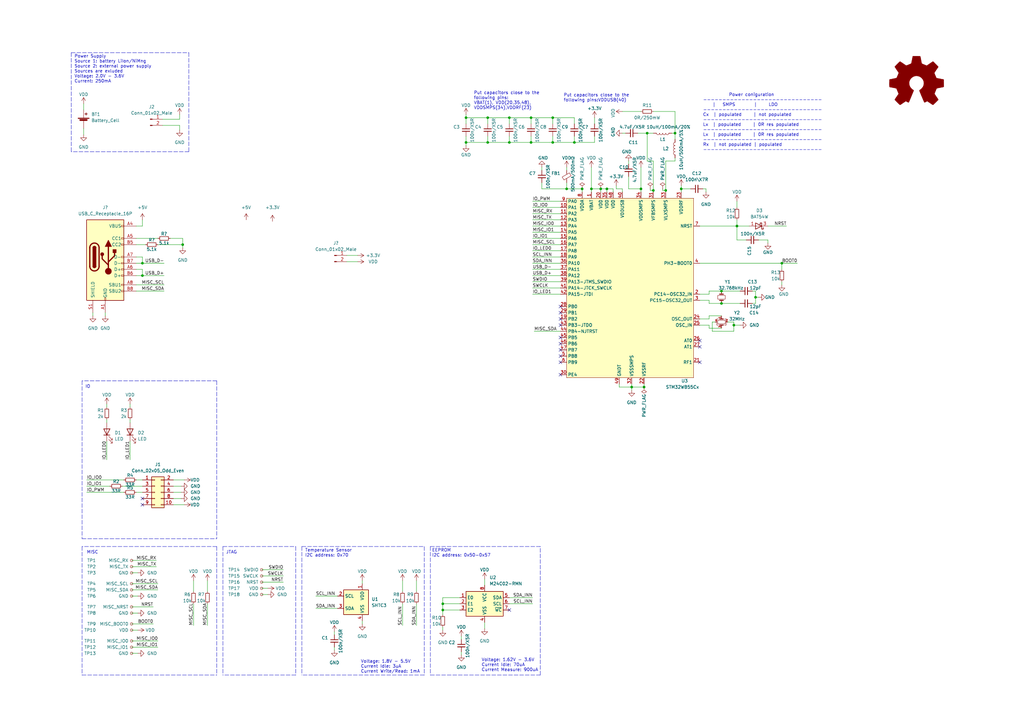
<source format=kicad_sch>
(kicad_sch (version 20211123) (generator eeschema)
  (paper "A3")
  (junction (at 74.93 100.33))
  (junction (at 208.915 48.26))
  (junction (at 226.695 48.26))
  (junction (at 238.76 77.47))
  (junction (at 259.08 158.75))
  (junction (at 265.43 54.61))
  (junction (at 248.92 77.47))
  (junction (at 242.57 77.47))
  (junction (at 181.61 250.19))
  (junction (at 246.38 77.47))
  (junction (at 58.42 113.03))
  (junction (at 267.97 78.105))
  (junction (at 217.805 48.26))
  (junction (at 235.585 58.42))
  (junction (at 191.135 48.26))
  (junction (at 58.42 107.95))
  (junction (at 295.91 124.46))
  (junction (at 262.89 77.47))
  (junction (at 264.16 158.75))
  (junction (at 309.88 121.92))
  (junction (at 232.41 77.47))
  (junction (at 226.695 58.42))
  (junction (at 276.86 54.61))
  (junction (at 200.025 58.42))
  (junction (at 302.26 92.71))
  (junction (at 200.025 48.26))
  (junction (at 295.91 119.38))
  (junction (at 273.05 78.105))
  (junction (at 279.4 77.47))
  (junction (at 320.675 107.95))
  (junction (at 300.99 133.35))
  (junction (at 191.135 58.42))
  (junction (at 208.915 58.42))
  (junction (at 217.805 58.42))
  (junction (at 181.61 247.65))
  (no_connect (at 229.87 138.43))
  (no_connect (at 287.02 142.24))
  (no_connect (at 229.87 153.67))
  (no_connect (at 58.42 207.01))
  (no_connect (at 58.42 204.47))
  (no_connect (at 229.87 128.27))
  (no_connect (at 208.915 250.19))
  (no_connect (at 287.02 139.7))
  (no_connect (at 287.02 148.59))
  (no_connect (at 229.87 130.81))
  (no_connect (at 229.87 143.51))
  (no_connect (at 229.87 148.59))
  (no_connect (at 229.87 140.97))
  (no_connect (at 229.87 125.73))
  (no_connect (at 229.87 146.05))
  (no_connect (at 229.87 133.35))
  (wire (pts (xy 53.975 248.92) (xy 62.865 248.92)))
  (wire (pts (xy 226.695 58.42) (xy 226.695 55.88)))
  (wire (pts (xy 50.165 199.39) (xy 58.42 199.39)))
  (wire (pts (xy 71.12 199.39) (xy 74.295 199.39)))
  (wire (pts (xy 295.91 119.38) (xy 290.83 119.38)))
  (wire (pts (xy 217.805 55.88) (xy 217.805 58.42)))
  (polyline (pts (xy 88.9 224.155) (xy 33.655 224.155)))
  (wire (pts (xy 262.89 68.58) (xy 262.89 77.47)))
  (wire (pts (xy 266.7 78.105) (xy 267.97 78.105)))
  (polyline (pts (xy 91.44 224.155) (xy 91.44 276.86)))
  (polyline (pts (xy 33.655 156.21) (xy 33.655 220.98)))
  (wire (pts (xy 235.585 55.88) (xy 235.585 58.42)))
  (wire (pts (xy 267.97 66.04) (xy 267.97 78.105)))
  (wire (pts (xy 129.54 244.475) (xy 138.43 244.475)))
  (wire (pts (xy 142.24 107.315) (xy 146.685 107.315)))
  (wire (pts (xy 219.075 135.89) (xy 229.87 135.89)))
  (wire (pts (xy 266.7 77.47) (xy 266.7 78.105)))
  (wire (pts (xy 267.97 66.04) (xy 265.43 66.04)))
  (wire (pts (xy 181.61 250.19) (xy 181.61 247.65)))
  (wire (pts (xy 226.695 48.26) (xy 235.585 48.26)))
  (polyline (pts (xy 33.655 224.155) (xy 33.655 276.86)))
  (wire (pts (xy 53.975 229.87) (xy 64.135 229.87)))
  (polyline (pts (xy 123.825 224.155) (xy 173.99 224.155)))
  (wire (pts (xy 292.1 132.08) (xy 292.1 135.89)))
  (wire (pts (xy 35.56 199.39) (xy 45.085 199.39)))
  (polyline (pts (xy 121.285 276.86) (xy 91.44 276.86)))
  (wire (pts (xy 311.15 98.425) (xy 314.96 98.425)))
  (wire (pts (xy 43.815 172.085) (xy 43.815 173.355)))
  (wire (pts (xy 243.84 55.88) (xy 243.84 58.42)))
  (wire (pts (xy 53.975 267.97) (xy 56.515 267.97)))
  (wire (pts (xy 314.96 92.71) (xy 322.58 92.71)))
  (wire (pts (xy 79.375 238.125) (xy 79.375 242.57)))
  (polyline (pts (xy 123.825 224.155) (xy 123.825 276.86)))
  (polyline (pts (xy 173.99 224.155) (xy 173.99 276.86)))
  (wire (pts (xy 290.83 120.65) (xy 287.02 120.65)))
  (wire (pts (xy 64.77 100.33) (xy 74.93 100.33)))
  (wire (pts (xy 66.675 51.435) (xy 73.66 51.435)))
  (wire (pts (xy 248.92 77.47) (xy 248.92 78.74)))
  (wire (pts (xy 55.88 113.03) (xy 58.42 113.03)))
  (wire (pts (xy 129.54 249.555) (xy 138.43 249.555)))
  (wire (pts (xy 73.66 51.435) (xy 73.66 53.34)))
  (wire (pts (xy 191.135 48.26) (xy 191.135 50.8)))
  (wire (pts (xy 181.61 250.19) (xy 188.595 250.19)))
  (wire (pts (xy 35.56 201.93) (xy 50.8 201.93)))
  (wire (pts (xy 53.975 232.41) (xy 64.135 232.41)))
  (wire (pts (xy 308.61 119.38) (xy 309.88 119.38)))
  (wire (pts (xy 43.18 129.54) (xy 43.18 128.27)))
  (wire (pts (xy 53.34 172.085) (xy 53.34 173.355)))
  (wire (pts (xy 300.99 133.35) (xy 303.53 133.35)))
  (wire (pts (xy 271.78 77.47) (xy 271.78 78.105)))
  (polyline (pts (xy 173.99 276.86) (xy 123.825 276.86)))
  (wire (pts (xy 309.88 121.92) (xy 309.88 124.46)))
  (wire (pts (xy 191.135 58.42) (xy 200.025 58.42)))
  (polyline (pts (xy 29.21 21.59) (xy 29.21 62.23)))
  (wire (pts (xy 208.915 247.65) (xy 218.44 247.65)))
  (wire (pts (xy 290.83 130.81) (xy 290.83 129.54)))
  (wire (pts (xy 165.1 247.65) (xy 165.1 256.54)))
  (wire (pts (xy 254 157.48) (xy 254 158.75)))
  (wire (pts (xy 259.08 158.75) (xy 259.08 160.02)))
  (wire (pts (xy 38.1 129.54) (xy 38.1 128.27)))
  (wire (pts (xy 287.02 123.19) (xy 290.83 123.19)))
  (wire (pts (xy 218.44 87.63) (xy 229.87 87.63)))
  (wire (pts (xy 302.26 98.425) (xy 306.07 98.425)))
  (wire (pts (xy 255.27 45.72) (xy 262.89 45.72)))
  (wire (pts (xy 55.88 92.71) (xy 58.42 92.71)))
  (wire (pts (xy 43.815 165.735) (xy 43.815 167.005)))
  (wire (pts (xy 252.73 76.2) (xy 252.73 77.47)))
  (wire (pts (xy 208.915 58.42) (xy 217.805 58.42)))
  (wire (pts (xy 69.85 97.79) (xy 74.93 97.79)))
  (wire (pts (xy 288.29 77.47) (xy 289.56 77.47)))
  (wire (pts (xy 309.88 119.38) (xy 309.88 121.92)))
  (wire (pts (xy 200.025 48.26) (xy 208.915 48.26)))
  (wire (pts (xy 314.96 98.425) (xy 314.96 99.695)))
  (wire (pts (xy 191.135 55.88) (xy 191.135 58.42)))
  (wire (pts (xy 287.02 133.35) (xy 290.83 133.35)))
  (wire (pts (xy 242.57 68.58) (xy 242.57 77.47)))
  (polyline (pts (xy 88.9 156.21) (xy 33.655 156.21)))
  (wire (pts (xy 53.975 255.905) (xy 62.865 255.905)))
  (wire (pts (xy 55.88 100.33) (xy 59.69 100.33)))
  (wire (pts (xy 165.1 238.125) (xy 165.1 242.57)))
  (wire (pts (xy 74.93 100.33) (xy 74.93 101.6)))
  (wire (pts (xy 218.44 110.49) (xy 229.87 110.49)))
  (wire (pts (xy 293.37 132.08) (xy 292.1 132.08)))
  (wire (pts (xy 208.915 48.26) (xy 217.805 48.26)))
  (wire (pts (xy 181.61 252.095) (xy 181.61 250.19)))
  (polyline (pts (xy 88.9 224.155) (xy 88.9 276.86)))
  (wire (pts (xy 35.56 196.85) (xy 50.8 196.85)))
  (wire (pts (xy 302.26 82.55) (xy 302.26 85.09)))
  (polyline (pts (xy 33.655 276.86) (xy 88.9 276.86)))
  (wire (pts (xy 73.66 48.895) (xy 73.66 46.99)))
  (wire (pts (xy 255.27 54.61) (xy 256.54 54.61)))
  (wire (pts (xy 254 158.75) (xy 259.08 158.75)))
  (wire (pts (xy 107.315 238.76) (xy 116.205 238.76)))
  (wire (pts (xy 232.41 68.58) (xy 232.41 69.85)))
  (wire (pts (xy 218.44 118.11) (xy 229.87 118.11)))
  (wire (pts (xy 292.1 135.89) (xy 300.99 135.89)))
  (polyline (pts (xy 88.9 156.21) (xy 88.9 220.98)))
  (wire (pts (xy 191.135 46.99) (xy 191.135 48.26)))
  (wire (pts (xy 242.57 77.47) (xy 246.38 77.47)))
  (wire (pts (xy 320.675 107.95) (xy 320.675 110.49)))
  (wire (pts (xy 53.975 265.43) (xy 64.77 265.43)))
  (wire (pts (xy 66.675 48.895) (xy 73.66 48.895)))
  (wire (pts (xy 246.38 77.47) (xy 248.92 77.47)))
  (wire (pts (xy 55.88 110.49) (xy 58.42 110.49)))
  (wire (pts (xy 298.45 132.08) (xy 300.99 132.08)))
  (wire (pts (xy 279.4 77.47) (xy 279.4 78.74)))
  (wire (pts (xy 198.755 237.49) (xy 198.755 240.03)))
  (wire (pts (xy 235.585 58.42) (xy 243.84 58.42)))
  (wire (pts (xy 218.44 113.03) (xy 229.87 113.03)))
  (wire (pts (xy 226.695 58.42) (xy 235.585 58.42)))
  (wire (pts (xy 58.42 90.17) (xy 58.42 92.71)))
  (wire (pts (xy 189.23 267.335) (xy 189.23 268.605)))
  (wire (pts (xy 300.99 133.35) (xy 300.99 132.08)))
  (wire (pts (xy 53.975 234.95) (xy 56.515 234.95)))
  (wire (pts (xy 55.88 116.84) (xy 67.31 116.84)))
  (wire (pts (xy 55.88 97.79) (xy 64.77 97.79)))
  (wire (pts (xy 252.73 77.47) (xy 255.27 77.47)))
  (wire (pts (xy 55.88 105.41) (xy 58.42 105.41)))
  (wire (pts (xy 85.09 238.125) (xy 85.09 242.57)))
  (polyline (pts (xy 33.655 220.98) (xy 88.9 220.98)))
  (wire (pts (xy 287.02 92.71) (xy 302.26 92.71)))
  (wire (pts (xy 191.135 48.26) (xy 200.025 48.26)))
  (wire (pts (xy 53.975 244.475) (xy 56.515 244.475)))
  (wire (pts (xy 79.375 247.65) (xy 79.375 256.54)))
  (wire (pts (xy 302.26 90.17) (xy 302.26 92.71)))
  (wire (pts (xy 259.08 158.75) (xy 264.16 158.75)))
  (wire (pts (xy 53.34 180.975) (xy 53.34 188.595)))
  (wire (pts (xy 43.815 180.975) (xy 43.815 188.595)))
  (wire (pts (xy 290.83 124.46) (xy 295.91 124.46)))
  (wire (pts (xy 107.315 243.84) (xy 109.855 243.84)))
  (wire (pts (xy 218.44 90.17) (xy 229.87 90.17)))
  (polyline (pts (xy 91.44 224.155) (xy 121.285 224.155)))
  (wire (pts (xy 218.44 120.65) (xy 229.87 120.65)))
  (wire (pts (xy 55.88 201.93) (xy 58.42 201.93)))
  (wire (pts (xy 200.025 48.26) (xy 200.025 50.8)))
  (wire (pts (xy 208.915 55.88) (xy 208.915 58.42)))
  (wire (pts (xy 300.99 135.89) (xy 300.99 133.35)))
  (wire (pts (xy 189.23 260.985) (xy 189.23 262.255)))
  (wire (pts (xy 257.81 77.47) (xy 262.89 77.47)))
  (wire (pts (xy 53.975 258.445) (xy 56.515 258.445)))
  (wire (pts (xy 295.91 134.62) (xy 290.83 134.62)))
  (wire (pts (xy 218.44 85.09) (xy 229.87 85.09)))
  (wire (pts (xy 170.815 238.125) (xy 170.815 242.57)))
  (wire (pts (xy 276.86 66.04) (xy 273.05 66.04)))
  (wire (pts (xy 58.42 113.03) (xy 58.42 110.49)))
  (wire (pts (xy 222.25 68.58) (xy 222.25 69.85)))
  (wire (pts (xy 302.26 98.425) (xy 302.26 92.71)))
  (wire (pts (xy 262.89 77.47) (xy 262.89 78.74)))
  (wire (pts (xy 55.88 107.95) (xy 58.42 107.95)))
  (wire (pts (xy 243.84 48.26) (xy 243.84 50.8)))
  (wire (pts (xy 276.86 54.61) (xy 276.86 57.15)))
  (wire (pts (xy 137.16 265.43) (xy 137.16 266.7)))
  (wire (pts (xy 217.805 48.26) (xy 217.805 50.8)))
  (wire (pts (xy 295.91 119.38) (xy 303.53 119.38)))
  (wire (pts (xy 279.4 77.47) (xy 283.21 77.47)))
  (wire (pts (xy 218.44 82.55) (xy 229.87 82.55)))
  (polyline (pts (xy 77.47 62.23) (xy 29.21 62.23)))
  (wire (pts (xy 259.08 157.48) (xy 259.08 158.75)))
  (wire (pts (xy 279.4 76.2) (xy 279.4 77.47)))
  (wire (pts (xy 238.76 77.47) (xy 232.41 77.47)))
  (wire (pts (xy 58.42 113.03) (xy 67.31 113.03)))
  (polyline (pts (xy 221.615 276.86) (xy 221.615 224.155)))
  (wire (pts (xy 55.88 196.85) (xy 58.42 196.85)))
  (wire (pts (xy 107.315 241.3) (xy 109.855 241.3)))
  (wire (pts (xy 58.42 107.95) (xy 67.31 107.95)))
  (wire (pts (xy 290.83 134.62) (xy 290.83 133.35)))
  (wire (pts (xy 273.05 78.105) (xy 273.05 78.74)))
  (wire (pts (xy 53.34 165.735) (xy 53.34 167.005)))
  (wire (pts (xy 267.97 78.105) (xy 267.97 78.74)))
  (wire (pts (xy 222.25 77.47) (xy 232.41 77.47)))
  (wire (pts (xy 218.44 92.71) (xy 229.87 92.71)))
  (wire (pts (xy 309.88 121.92) (xy 311.15 121.92)))
  (wire (pts (xy 235.585 48.26) (xy 235.585 50.8)))
  (wire (pts (xy 271.78 78.105) (xy 273.05 78.105)))
  (wire (pts (xy 53.975 251.46) (xy 56.515 251.46)))
  (wire (pts (xy 85.09 247.65) (xy 85.09 256.54)))
  (wire (pts (xy 137.16 259.08) (xy 137.16 260.35)))
  (wire (pts (xy 200.025 55.88) (xy 200.025 58.42)))
  (wire (pts (xy 53.975 241.935) (xy 64.77 241.935)))
  (wire (pts (xy 251.46 77.47) (xy 251.46 78.74)))
  (wire (pts (xy 308.61 124.46) (xy 309.88 124.46)))
  (wire (pts (xy 222.25 74.93) (xy 222.25 77.47)))
  (wire (pts (xy 71.12 204.47) (xy 74.295 204.47)))
  (wire (pts (xy 58.42 107.95) (xy 58.42 105.41)))
  (wire (pts (xy 181.61 257.175) (xy 181.61 258.445)))
  (wire (pts (xy 265.43 54.61) (xy 265.43 66.04)))
  (wire (pts (xy 267.97 45.72) (xy 276.86 45.72)))
  (wire (pts (xy 289.56 77.47) (xy 289.56 78.74)))
  (wire (pts (xy 246.38 77.47) (xy 246.38 78.74)))
  (wire (pts (xy 181.61 247.65) (xy 188.595 247.65)))
  (polyline (pts (xy 77.47 21.59) (xy 77.47 62.23)))
  (polyline (pts (xy 29.21 21.59) (xy 77.47 21.59)))
  (wire (pts (xy 218.44 102.87) (xy 229.87 102.87)))
  (wire (pts (xy 238.76 78.74) (xy 238.76 77.47)))
  (wire (pts (xy 181.61 247.65) (xy 181.61 245.11)))
  (polyline (pts (xy 176.53 224.155) (xy 176.53 276.86)))
  (wire (pts (xy 261.62 54.61) (xy 265.43 54.61)))
  (wire (pts (xy 71.12 196.85) (xy 75.565 196.85)))
  (wire (pts (xy 107.315 236.22) (xy 116.205 236.22)))
  (wire (pts (xy 290.83 123.19) (xy 290.83 124.46)))
  (wire (pts (xy 248.92 77.47) (xy 251.46 77.47)))
  (wire (pts (xy 287.02 130.81) (xy 290.83 130.81)))
  (wire (pts (xy 257.81 66.04) (xy 257.81 67.31)))
  (wire (pts (xy 55.88 119.38) (xy 67.31 119.38)))
  (wire (pts (xy 200.025 58.42) (xy 208.915 58.42)))
  (wire (pts (xy 198.755 255.27) (xy 198.755 257.81)))
  (wire (pts (xy 320.675 115.57) (xy 320.675 116.84)))
  (wire (pts (xy 302.26 92.71) (xy 307.34 92.71)))
  (wire (pts (xy 218.44 107.95) (xy 229.87 107.95)))
  (wire (pts (xy 226.695 48.26) (xy 217.805 48.26)))
  (wire (pts (xy 295.91 124.46) (xy 303.53 124.46)))
  (wire (pts (xy 264.16 157.48) (xy 264.16 158.75)))
  (wire (pts (xy 148.59 238.125) (xy 148.59 239.395)))
  (wire (pts (xy 287.02 107.95) (xy 320.675 107.95)))
  (wire (pts (xy 276.86 45.72) (xy 276.86 54.61)))
  (polyline (pts (xy 176.53 224.155) (xy 221.615 224.155)))
  (wire (pts (xy 142.24 104.775) (xy 146.685 104.775)))
  (wire (pts (xy 226.695 50.8) (xy 226.695 48.26)))
  (wire (pts (xy 276.86 64.77) (xy 276.86 66.04)))
  (wire (pts (xy 107.315 233.68) (xy 116.205 233.68)))
  (wire (pts (xy 218.44 97.79) (xy 229.87 97.79)))
  (wire (pts (xy 290.83 129.54) (xy 295.91 129.54)))
  (wire (pts (xy 208.915 245.11) (xy 218.44 245.11)))
  (wire (pts (xy 218.44 95.25) (xy 229.87 95.25)))
  (polyline (pts (xy 176.53 276.86) (xy 221.615 276.86)))
  (wire (pts (xy 290.83 119.38) (xy 290.83 120.65)))
  (wire (pts (xy 74.93 97.79) (xy 74.93 100.33)))
  (wire (pts (xy 191.135 58.42) (xy 191.135 59.69)))
  (wire (pts (xy 53.975 239.395) (xy 64.77 239.395)))
  (wire (pts (xy 273.05 66.04) (xy 273.05 78.105)))
  (wire (pts (xy 255.27 77.47) (xy 255.27 78.74)))
  (wire (pts (xy 71.12 207.01) (xy 75.565 207.01)))
  (wire (pts (xy 53.975 262.89) (xy 64.77 262.89)))
  (wire (pts (xy 257.81 72.39) (xy 257.81 77.47)))
  (wire (pts (xy 218.44 105.41) (xy 229.87 105.41)))
  (wire (pts (xy 217.805 58.42) (xy 226.695 58.42)))
  (wire (pts (xy 170.815 247.65) (xy 170.815 256.54)))
  (wire (pts (xy 34.29 42.545) (xy 34.29 45.085)))
  (wire (pts (xy 71.12 201.93) (xy 74.295 201.93)))
  (wire (pts (xy 148.59 254.635) (xy 148.59 255.905)))
  (wire (pts (xy 218.44 100.33) (xy 229.87 100.33)))
  (wire (pts (xy 218.44 115.57) (xy 229.87 115.57)))
  (wire (pts (xy 275.59 54.61) (xy 276.86 54.61)))
  (polyline (pts (xy 121.285 224.155) (xy 121.285 276.86)))
  (wire (pts (xy 232.41 74.93) (xy 232.41 77.47)))
  (wire (pts (xy 320.675 107.95) (xy 327.025 107.95)))
  (wire (pts (xy 265.43 54.61) (xy 267.97 54.61)))
  (wire (pts (xy 181.61 245.11) (xy 188.595 245.11)))
  (wire (pts (xy 34.29 52.705) (xy 34.29 55.245)))
  (wire (pts (xy 208.915 48.26) (xy 208.915 50.8)))
  (wire (pts (xy 242.57 77.47) (xy 242.57 78.74)))
  (text "           Power coniguration\n-------------------------------\n    |   SMPS        |     LDO\n-------------------------------\nCx  | populated     | not populated\n-------------------------------\nLx  | populated     | 0R res populated\n-------------------------------\nLx  | populated     | 0R res populated\n-------------------------------\nRx  | not populated | populated\n-------------------------------" (at 288.29 62.23 0) (effects (font (size 1.27 1.27)) (justify left bottom)))
  (text "EEPROM\nI2C address: 0x50-0x57" (at 177.165 228.6 0) (effects (font (size 1.27 1.27)) (justify left bottom)))
  (text "Voltage: 1.62V - 3.6V\nCurrent Idle: 70uA\nCurrent Measure: 900uA" (at 197.485 275.59 0) (effects (font (size 1.27 1.27)) (justify left bottom)))
  (text "Put capacitors close to the\nfollowing pins:\nVBAT(1), VDD(20,35,48),\nVDDSMPS(34),VDDRF(23)" (at 194.31 45.085 0) (effects (font (size 1.27 1.27)) (justify left bottom)))
  (text "IO" (at 34.925 159.385 0) (effects (font (size 1.27 1.27)) (justify left bottom)))
  (text "Temperature Sensor\nI2C address: 0x70" (at 125.095 228.6 0) (effects (font (size 1.27 1.27)) (justify left bottom)))
  (text "MISC" (at 35.56 227.33 0) (effects (font (size 1.27 1.27)) (justify left bottom)))
  (text "Voltage: 1.8V - 5.5V\nCurrent Idle: 3uA\nCurrent Write/Read: 1mA" (at 147.955 276.225 0) (effects (font (size 1.27 1.27)) (justify left bottom)))
  (text "Power Supply\nSource 1: battery LiIon/NiMng\nSource 2: external power supply\nSources are exluded\nVoltage: 2.0V - 3.6V\nCurrent: 250mA\n\n" (at 30.48 36.195 0) (effects (font (size 1.27 1.27)) (justify left bottom)))
  (text "Put capacitors close to the\nfollowing pins:VDDUSB(40)" (at 231.14 41.91 0) (effects (font (size 1.27 1.27)) (justify left bottom)))
  (text "JTAG" (at 92.71 227.33 0) (effects (font (size 1.27 1.27)) (justify left bottom)))
  (label "MISC_IO0" (at 64.77 262.89 180))
  (label "MISC_IO0" (at 218.44 92.71 0))
  (label "SDA_INN" (at 218.44 107.95 0))
  (label "SDA_INN" (at 170.815 256.54 90))
  (label "MISC_TX" (at 218.44 90.17 0))
  (label "NRST" (at 322.58 92.71 180))
  (label "SWDIO" (at 116.205 233.68 180))
  (label "SCL_INN" (at 218.44 247.65 180))
  (label "MISC_IO1" (at 64.77 265.43 180))
  (label "IO_IO1" (at 218.44 97.79 0))
  (label "SCL_INN" (at 165.1 256.54 90))
  (label "MISC_RX" (at 218.44 87.63 0))
  (label "SWCLK" (at 218.44 118.11 0))
  (label "IO_PWM" (at 218.44 82.55 0))
  (label "SCL_INN" (at 218.44 105.41 0))
  (label "USB_D-" (at 67.31 107.95 180))
  (label "IO_IO1" (at 35.56 199.39 0))
  (label "IO_LED1" (at 53.34 188.595 90))
  (label "SWCLK" (at 116.205 236.22 180))
  (label "NRST" (at 116.205 238.76 180))
  (label "IO_LED0" (at 43.815 188.595 90))
  (label "USB_D+" (at 218.44 113.03 0))
  (label "SCL_INN" (at 129.54 244.475 0))
  (label "MISC_SCL" (at 64.77 239.395 180))
  (label "IO_LED1" (at 218.44 120.65 0))
  (label "IO_PWM" (at 35.56 201.93 0))
  (label "MISC_SDA" (at 219.075 135.89 0))
  (label "MISC_SDA" (at 85.09 256.54 90))
  (label "BOOT0" (at 62.865 255.905 180))
  (label "USB_D-" (at 218.44 110.49 0))
  (label "MISC_SDA" (at 64.77 241.935 180))
  (label "NRST" (at 62.865 248.92 180))
  (label "USB_D+" (at 67.31 113.03 180))
  (label "MISC_IO1" (at 218.44 95.25 0))
  (label "MISC_SCL" (at 218.44 100.33 0))
  (label "MISC_RX" (at 64.135 229.87 180))
  (label "MISC_SCL" (at 79.375 256.54 90))
  (label "SDA_INN" (at 218.44 245.11 180))
  (label "IO_IO0" (at 218.44 85.09 0))
  (label "MISC_SDA" (at 67.31 119.38 180))
  (label "IO_IO0" (at 35.56 196.85 0))
  (label "IO_LED0" (at 218.44 102.87 0))
  (label "MISC_SCL" (at 67.31 116.84 180))
  (label "SDA_INN" (at 129.54 249.555 0))
  (label "SWDIO" (at 218.44 115.57 0))
  (label "BOOT0" (at 327.025 107.95 180))
  (label "MISC_TX" (at 64.135 232.41 180))
  (symbol (lib_id "power:GND") (at 311.15 121.92 90) (unit 1)
    (property "Reference" "#PWR0103" (effects hide))
    (property "Value" "GND" (at 313.69 121.92 90) (effects (justify right)))
  )
  (symbol (lib_id "power:GND") (at 38.1 129.54 0) (unit 1)
    (property "Reference" "#PWR?" (effects hide))
    (property "Value" "GND" (at 38.1 134.62 0))
  )
  (symbol (lib_id "power:GND") (at 56.515 267.97 90) (unit 1)
    (property "Reference" "#PWR0131" (effects hide))
    (property "Value" "GND" (at 60.325 267.9699 90) (effects (justify right)))
  )
  (symbol (lib_id "Connector:TestPoint_Small") (at 107.315 238.76 0) (mirror y) (unit 1)
    (property "Reference" "TP16" (at 98.425 238.76 0) (effects (justify left)))
    (property "Value" "NRST" (at 106.045 238.76 0) (effects (justify left)))
    (property "Footprint" "TestPoint:TestPoint_Pad_D1.5mm" (effects hide))
  )
  (symbol (lib_id "Device:R_Small") (at 53.34 169.545 0) (unit 1)
    (property "Reference" "R3" (at 50.8 168.275 0))
    (property "Value" "2k" (at 50.8 170.815 0))
    (property "Footprint" "Resistor_SMD:R_0603_1608Metric" (effects hide))
    (property "MfgPart" "0603WAF2001T5E" (effects hide))
    (property "JLCPCB" "https://jlcpcb.com/partdetail/23702-0603WAF2001T5E/C22975" (effects hide))
  )
  (symbol (lib_id "Device:LED") (at 53.34 177.165 90) (unit 1)
    (property "Reference" "D2" (at 56.515 177.4824 90) (effects (justify right)))
    (property "Value" "LED" (at 56.515 180.0224 90) (effects (justify right)))
    (property "Footprint" "LED_SMD:LED_0603_1608Metric_Pad1.05x0.95mm_HandSolder" (effects hide))
  )
  (symbol (lib_id "Device:R_Small") (at 62.23 100.33 90) (unit 1)
    (property "Reference" "R?" (at 62.23 98.425 90))
    (property "Value" "5.1k" (at 62.23 102.235 90))
    (property "Footprint" "Resistor_SMD:R_0402_1005Metric" (effects hide))
    (property "MfgPart" "RC0402FR-075K1L" (effects hide))
    (property "JLCPCB" "https://jlcpcb.com/partdetail/Yageo-RC0402FR075K1L/C105872" (effects hide))
  )
  (symbol (lib_id "Device:C_Small") (at 259.08 54.61 270) (unit 1)
    (property "Reference" "C11" (at 257.81 58.42 90) (effects (justify left)))
    (property "Value" "4.7uF/X5R" (at 254 52.07 90) (effects (justify left)))
    (property "Footprint" "Capacitor_SMD:C_0402_1005Metric" (effects hide))
    (property "MfrPart" "CL05A475KP5NRNC" (effects hide))
    (property "JLCPCB" "https://jlcpcb.com/partdetail/342854-CL05A475KP5NRNC/C368809" (effects hide))
  )
  (symbol (lib_id "Connector:TestPoint_Small") (at 53.975 258.445 0) (mirror y) (unit 1)
    (property "Reference" "TP10" (at 39.37 258.445 0) (effects (justify left)))
    (property "Value" "VDD" (at 52.705 258.445 0) (effects (justify left)))
    (property "Footprint" "TestPoint:TestPoint_Pad_D1.5mm" (effects hide))
  )
  (symbol (lib_id "Connector:TestPoint_Small") (at 107.315 243.84 0) (mirror y) (unit 1)
    (property "Reference" "TP18" (at 98.425 243.84 0) (effects (justify left)))
    (property "Value" "GND" (at 106.045 243.84 0) (effects (justify left)))
    (property "Footprint" "TestPoint:TestPoint_Pad_D1.5mm" (effects hide))
  )
  (symbol (lib_id "power:GND") (at 43.18 129.54 0) (unit 1)
    (property "Reference" "#PWR?" (effects hide))
    (property "Value" "GND" (at 43.18 134.62 0))
  )
  (symbol (lib_id "power:+5V") (at 100.965 90.17 0) (unit 1)
    (property "Reference" "#PWR?" (effects hide))
    (property "Value" "+5V" (at 100.965 85.09 0))
  )
  (symbol (lib_id "power:VDD") (at 165.1 238.125 0) (unit 1)
    (property "Reference" "#PWR0118" (effects hide))
    (property "Value" "VDD" (at 165.1 234.315 0))
  )
  (symbol (lib_id "power:VDD") (at 79.375 238.125 0) (unit 1)
    (property "Reference" "#PWR0136" (effects hide))
    (property "Value" "VDD" (at 79.375 234.315 0))
  )
  (symbol (lib_id "Device:C_Small") (at 208.915 53.34 0) (mirror y) (unit 1)
    (property "Reference" "C5" (at 206.375 52.0762 0) (effects (justify left)))
    (property "Value" "100n/X5R" (at 211.455 58.42 90) (effects (justify left)))
    (property "Footprint" "Capacitor_SMD:C_0402_1005Metric" (effects hide))
    (property "MfrPart" "CC0402KRX5R8BB104" (effects hide))
    (property "JLCPCB" "https://jlcpcb.com/partdetail/Yageo-CC0402KRX5R8BB104/C106256" (effects hide))
  )
  (symbol (lib_id "Connector:TestPoint_Small") (at 107.315 233.68 0) (mirror y) (unit 1)
    (property "Reference" "TP14" (at 98.425 233.68 0) (effects (justify left)))
    (property "Value" "SWDIO" (at 106.045 233.68 0) (effects (justify left)))
    (property "Footprint" "TestPoint:TestPoint_Pad_D1.5mm" (effects hide))
  )
  (symbol (lib_id "power:VDD") (at 73.66 46.99 0) (unit 1)
    (property "Reference" "#PWR0147" (effects hide))
    (property "Value" "VDD" (at 73.66 43.18 0))
  )
  (symbol (lib_id "power:VDD") (at 75.565 196.85 270) (unit 1)
    (property "Reference" "#PWR0144" (effects hide))
    (property "Value" "VDD" (at 80.01 196.85 90))
  )
  (symbol (lib_id "Device:R_Small") (at 53.34 201.93 90) (unit 1)
    (property "Reference" "R5" (at 53.34 200.025 90))
    (property "Value" "33R" (at 53.34 203.835 90))
    (property "Footprint" "Resistor_SMD:R_0402_1005Metric" (effects hide))
    (property "MfgPart" "0402WGF3302TCE" (effects hide))
    (property "JLCPCB" "https://jlcpcb.com/partdetail/26522-0402WGF3302TCE/C25779" (effects hide))
  )
  (symbol (lib_id "power:VDD") (at 279.4 76.2 0) (unit 1)
    (property "Reference" "#PWR0110" (effects hide))
    (property "Value" "VDD" (at 279.4 72.39 0))
  )
  (symbol (lib_id "Connector:TestPoint_Small") (at 53.975 241.935 0) (mirror y) (unit 1)
    (property "Reference" "TP5" (at 39.37 241.935 0) (effects (justify left)))
    (property "Value" "MISC_SDA" (at 52.705 241.935 0) (effects (justify left)))
    (property "Footprint" "TestPoint:TestPoint_Pad_D1.5mm" (effects hide))
  )
  (symbol (lib_id "Connector:TestPoint_Small") (at 53.975 244.475 0) (mirror y) (unit 1)
    (property "Reference" "TP6" (at 39.37 244.475 0) (effects (justify left)))
    (property "Value" "GND" (at 52.705 244.475 0) (effects (justify left)))
    (property "Footprint" "TestPoint:TestPoint_Pad_D1.5mm" (effects hide))
  )
  (symbol (lib_id "power:GND") (at 257.81 66.04 0) (mirror x) (unit 1)
    (property "Reference" "#PWR0108" (effects hide))
    (property "Value" "GND" (at 259.08 62.23 0) (effects (justify right)))
  )
  (symbol (lib_id "power:VDD") (at 109.855 241.3 270) (unit 1)
    (property "Reference" "#PWR0130" (effects hide))
    (property "Value" "VDD" (at 114.935 241.3 90))
  )
  (symbol (lib_id "Device:L") (at 271.78 54.61 90) (mirror x) (unit 1)
    (property "Reference" "L1" (at 273.05 57.15 90) (effects (justify left)))
    (property "Value" "10uH/100mA/20%" (at 283.21 52.07 90) (effects (justify left)))
    (property "Footprint" "Inductor_SMD:L_0805_2012Metric" (effects hide))
    (property "MftPart" "LQM21FN100M70L" (effects hide))
    (property "JLCPCB" "https://jlcpcb.com/partdetail/MurataElectronics-LQM21FN100M70L/C98030" (effects hide))
  )
  (symbol (lib_id "power:GND") (at 320.675 116.84 0) (mirror y) (unit 1)
    (property "Reference" "#PWR0104" (effects hide))
    (property "Value" "GND" (at 319.405 120.65 0) (effects (justify right)))
  )
  (symbol (lib_id "Device:C_Small") (at 226.695 53.34 0) (mirror y) (unit 1)
    (property "Reference" "C8" (at 224.155 52.0762 0) (effects (justify left)))
    (property "Value" "100n/X5R" (at 229.235 58.42 90) (effects (justify left)))
    (property "Footprint" "Capacitor_SMD:C_0402_1005Metric" (effects hide))
    (property "MfrPart" "CC0402KRX5R8BB104" (effects hide))
    (property "JLCPCB" "https://jlcpcb.com/partdetail/Yageo-CC0402KRX5R8BB104/C106256" (effects hide))
  )
  (symbol (lib_id "power:GND") (at 289.56 78.74 0) (unit 1)
    (property "Reference" "#PWR0115" (effects hide))
    (property "Value" "GND" (at 289.56 83.82 0))
  )
  (symbol (lib_id "power:+3.3V") (at 111.76 90.805 0) (unit 1)
    (property "Reference" "#PWR?" (effects hide))
    (property "Value" "+3.3V" (at 111.76 85.09 0))
  )
  (symbol (lib_id "Device:C_Small") (at 308.61 98.425 90) (mirror x) (unit 1)
    (property "Reference" "C15" (at 307.3462 100.965 0) (effects (justify left)))
    (property "Value" "100n/X5R" (at 313.69 95.885 90) (effects (justify left)))
    (property "Footprint" "Capacitor_SMD:C_0402_1005Metric" (effects hide))
    (property "MfrPart" "CC0402KRX5R8BB104" (effects hide))
    (property "JLCPCB" "https://jlcpcb.com/partdetail/Yageo-CC0402KRX5R8BB104/C106256" (effects hide))
  )
  (symbol (lib_id "power:+3.3V") (at 252.73 76.2 0) (unit 1)
    (property "Reference" "#PWR?" (effects hide))
    (property "Value" "+3.3V" (at 252.73 72.39 0))
  )
  (symbol (lib_id "power:GND") (at 191.135 59.69 0) (unit 1)
    (property "Reference" "#PWR0117" (effects hide))
    (property "Value" "GND" (at 191.135 63.5 0))
  )
  (symbol (lib_id "Connector:TestPoint_Small") (at 53.975 262.89 0) (mirror y) (unit 1)
    (property "Reference" "TP11" (at 39.37 262.89 0) (effects (justify left)))
    (property "Value" "MISC_IO0" (at 52.705 262.89 0) (effects (justify left)))
    (property "Footprint" "TestPoint:TestPoint_Pad_D1.5mm" (effects hide))
  )
  (symbol (lib_id "Graphic:Logo_Open_Hardware_Large") (at 375.92 34.29 0) (unit 1)
    (property "Reference" "#LOGO1" (effects hide))
    (property "Value" "Logo_Open_Hardware_Large" (effects hide))
  )
  (symbol (lib_id "Device:C_Small") (at 189.23 264.795 0) (mirror y) (unit 1)
    (property "Reference" "C2" (at 186.69 263.5312 0) (effects (justify left)))
    (property "Value" "100n/X5R" (at 191.77 269.875 90) (effects (justify left)))
    (property "Footprint" "Capacitor_SMD:C_0402_1005Metric" (effects hide))
    (property "MfrPart" "CC0402KRX5R8BB104" (effects hide))
    (property "JLCPCB" "https://jlcpcb.com/partdetail/Yageo-CC0402KRX5R8BB104/C106256" (effects hide))
  )
  (symbol (lib_id "Connector:TestPoint_Small") (at 53.975 251.46 0) (mirror y) (unit 1)
    (property "Reference" "TP8" (at 39.37 251.46 0) (effects (justify left)))
    (property "Value" "GND" (at 52.705 251.46 0) (effects (justify left)))
    (property "Footprint" "TestPoint:TestPoint_Pad_D1.5mm" (effects hide))
  )
  (symbol (lib_id "Device:C_Small") (at 137.16 262.89 0) (mirror y) (unit 1)
    (property "Reference" "C1" (at 134.62 261.6262 0) (effects (justify left)))
    (property "Value" "100n/X5R" (at 139.7 267.97 90) (effects (justify left)))
    (property "Footprint" "Capacitor_SMD:C_0402_1005Metric" (effects hide))
    (property "MfrPart" "CC0402KRX5R8BB104" (effects hide))
    (property "JLCPCB" "https://jlcpcb.com/partdetail/Yageo-CC0402KRX5R8BB104/C106256" (effects hide))
  )
  (symbol (lib_id "Connector:TestPoint_Small") (at 107.315 241.3 0) (mirror y) (unit 1)
    (property "Reference" "TP17" (at 98.425 241.3 0) (effects (justify left)))
    (property "Value" "VDD" (at 106.045 241.3 0) (effects (justify left)))
    (property "Footprint" "TestPoint:TestPoint_Pad_D1.5mm" (effects hide))
  )
  (symbol (lib_id "Device:Crystal_GND24_Small") (at 295.91 132.08 90) (mirror x) (unit 1)
    (property "Reference" "Y2" (at 302.26 128.27 90))
    (property "Value" "32MHz" (at 302.26 130.81 90))
    (property "Footprint" "Crystal:Crystal_SMD_2016-4Pin_2.0x1.6mm" (effects hide))
    (property "MfgPart" "NX2016SA-32MHZ-STD-CZS-5" (effects hide))
    (property "JLCPCB" "https://jlcpcb.com/partdetail/Ndk-NX2016SA_32MHZ_STD_CZS5/C843260" (effects hide))
  )
  (symbol (lib_id "power:GND") (at 56.515 251.46 90) (unit 1)
    (property "Reference" "#PWR0135" (effects hide))
    (property "Value" "GND" (at 60.325 251.4599 90) (effects (justify right)))
  )
  (symbol (lib_id "power:GND") (at 74.295 199.39 90) (unit 1)
    (property "Reference" "#PWR0139" (effects hide))
    (property "Value" "GND" (at 78.105 199.3899 90) (effects (justify right)))
  )
  (symbol (lib_id "power:PWR_FLAG") (at 246.38 77.47 0) (unit 1)
    (property "Reference" "#FLG0101" (effects hide))
    (property "Value" "PWR_FLAG" (at 246.38 69.215 90))
  )
  (symbol (lib_id "power:GND") (at 73.66 53.34 0) (unit 1)
    (property "Reference" "#PWR0148" (effects hide))
    (property "Value" "GND" (at 73.66 58.42 0))
  )
  (symbol (lib_id "Device:C_Small") (at 235.585 53.34 0) (mirror y) (unit 1)
    (property "Reference" "C9" (at 233.045 52.0762 0) (effects (justify left)))
    (property "Value" "100n/X5R" (at 238.125 58.42 90) (effects (justify left)))
    (property "Footprint" "Capacitor_SMD:C_0402_1005Metric" (effects hide))
    (property "MfrPart" "CC0402KRX5R8BB104" (effects hide))
    (property "JLCPCB" "https://jlcpcb.com/partdetail/Yageo-CC0402KRX5R8BB104/C106256" (effects hide))
  )
  (symbol (lib_id "Connector:TestPoint_Small") (at 53.975 239.395 0) (mirror y) (unit 1)
    (property "Reference" "TP4" (at 39.37 239.395 0) (effects (justify left)))
    (property "Value" "MISC_SCL" (at 52.705 239.395 0) (effects (justify left)))
    (property "Footprint" "TestPoint:TestPoint_Pad_D1.5mm" (effects hide))
  )
  (symbol (lib_id "Device:C_Small") (at 243.84 53.34 0) (mirror y) (unit 1)
    (property "Reference" "C?" (at 241.3 52.0762 0) (effects (justify left)))
    (property "Value" "100n/X5R" (at 246.38 58.42 90) (effects (justify left)))
    (property "Footprint" "Capacitor_SMD:C_0402_1005Metric" (effects hide))
    (property "MfrPart" "CC0402KRX5R8BB104" (effects hide))
    (property "JLCPCB" "https://jlcpcb.com/partdetail/Yageo-CC0402KRX5R8BB104/C106256" (effects hide))
  )
  (symbol (lib_id "power:GND") (at 259.08 160.02 0) (unit 1)
    (property "Reference" "#PWR0101" (effects hide))
    (property "Value" "GND" (at 259.08 165.1 0))
  )
  (symbol (lib_id "power:VDD") (at 242.57 68.58 0) (unit 1)
    (property "Reference" "#PWR0112" (effects hide))
    (property "Value" "VDD" (at 242.57 64.77 0))
  )
  (symbol (lib_id "power:+5V") (at 58.42 90.17 0) (unit 1)
    (property "Reference" "#PWR?" (effects hide))
    (property "Value" "+5V" (at 58.42 85.09 0))
  )
  (symbol (lib_id "power:PWR_FLAG") (at 271.78 77.47 0) (unit 1)
    (property "Reference" "#FLG0102" (effects hide))
    (property "Value" "PWR_FLAG" (at 271.78 69.215 90))
  )
  (symbol (lib_id "Connector:Conn_01x02_Male") (at 137.16 104.775 0) (unit 1)
    (property "Reference" "J?" (at 137.795 99.695 0))
    (property "Value" "Conn_01x02_Male" (at 137.795 102.235 0))
    (property "Footprint" "Connector_PinHeader_2.54mm:PinHeader_1x02_P2.54mm_Vertical" (effects hide))
  )
  (symbol (lib_id "Device:R_Small") (at 85.09 245.11 0) (unit 1)
    (property "Reference" "R7" (at 82.55 243.84 0))
    (property "Value" "10k" (at 82.55 246.38 0))
    (property "Footprint" "Resistor_SMD:R_0402_1005Metric" (effects hide))
    (property "MfgPart" "AC0402FR-0710KL" (effects hide))
    (property "JLCPCB" "https://jlcpcb.com/partdetail/Yageo-AC0402FR0710KL/C144807" (effects hide))
  )
  (symbol (lib_id "power:VDD") (at 255.27 45.72 90) (mirror x) (unit 1)
    (property "Reference" "#PWR0107" (effects hide))
    (property "Value" "VDD" (at 251.46 44.45 0) (effects (justify left)))
  )
  (symbol (lib_id "Memory_EEPROM:M24C02-RMN") (at 198.755 247.65 0) (unit 1)
    (property "Reference" "U2" (at 200.7744 236.855 0) (effects (justify left)))
    (property "Value" "M24C02-RMN" (at 200.7744 239.395 0) (effects (justify left)))
    (property "Footprint" "Package_SO:SOIC-8_3.9x4.9mm_P1.27mm" (effects hide))
    (property "Datasheet" "http://www.st.com/content/ccc/resource/technical/document/datasheet/b0/d8/50/40/5a/85/49/6f/DM00071904.pdf/files/DM00071904.pdf/jcr:content/translations/en.DM00071904.pdf" (effects hide))
    (property "JLCPCB" "https://jlcpcb.com/partdetail/Stmicroelectronics-M24C16RMN6TP/C79946" (effects hide))
  )
  (symbol (lib_id "Connector:TestPoint_Small") (at 53.975 267.97 0) (mirror y) (unit 1)
    (property "Reference" "TP13" (at 39.37 267.97 0) (effects (justify left)))
    (property "Value" "GND" (at 52.705 267.97 0) (effects (justify left)))
    (property "Footprint" "TestPoint:TestPoint_Pad_D1.5mm" (effects hide))
  )
  (symbol (lib_id "Diode:BAT54W") (at 311.15 92.71 180) (unit 1)
    (property "Reference" "D3" (at 311.4675 86.36 0))
    (property "Value" "BAT54W" (at 311.4675 88.9 0))
    (property "Footprint" "Package_TO_SOT_SMD:SOT-323_SC-70" (effects hide))
    (property "Datasheet" "https://assets.nexperia.com/documents/data-sheet/BAT54W_SER.pdf" (effects hide))
    (property "JLCPCB" "https://jlcpcb.com/partdetail/78456-BAT54W/C77328" (effects hide))
  )
  (symbol (lib_id "Device:L") (at 276.86 60.96 0) (mirror y) (unit 1)
    (property "Reference" "L2" (at 274.32 60.96 0) (effects (justify left)))
    (property "Value" "10uH/500mA/5%" (at 279.4 69.85 90) (effects (justify left)))
    (property "Footprint" "Inductor_SMD:L_0402_1005Metric" (effects hide))
    (property "MftPart" "LQG15WZ10NJ02D" (effects hide))
    (property "Shop" "https://www.mouser.pl/ProductDetail/Murata-Electronics/LQG15WZ10NJ02D?qs=60uY6ySkanT1eJ7IaeAl%2Fg%3D%3D" (effects hide))
  )
  (symbol (lib_id "Connector_Generic:Conn_02x05_Odd_Even") (at 63.5 201.93 0) (unit 1)
    (property "Reference" "J1" (at 64.77 190.5 0))
    (property "Value" "Conn_02x05_Odd_Even" (at 64.77 193.04 0))
    (property "Footprint" "Connector_PinHeader_2.00mm:PinHeader_2x05_P2.00mm_Vertical" (effects hide))
  )
  (symbol (lib_id "power:VDD") (at 43.815 165.735 0) (unit 1)
    (property "Reference" "#PWR0141" (effects hide))
    (property "Value" "VDD" (at 43.815 161.925 0))
  )
  (symbol (lib_id "Connector_:USB_C_Receptacle_16P") (at 43.18 106.68 0) (unit 1)
    (property "Reference" "J?" (at 43.18 85.09 0))
    (property "Value" "USB_C_Receptacle_16P" (at 43.18 87.63 0))
    (property "Footprint" "Connector_USB_:USB_C_Receptacle_Shenzhen-Kinghelm-Elec_KH-TYPE-C-16P" (effects hide))
    (property "Datasheet" "https://www.usb.org/sites/default/files/documents/usb_type-c.zip" (effects hide))
    (property "MfgPart" "KH-TYPE-C-6P" (effects hide))
    (property "JLCPCB" "https://jlcpcb.com/partdetail/Shenzhen_KinghelmElec-KH_TYPE_C16P/C709357" (effects hide))
  )
  (symbol (lib_id "power:GND") (at 189.23 268.605 0) (unit 1)
    (property "Reference" "#PWR0126" (effects hide))
    (property "Value" "GND" (at 189.23 273.685 0))
  )
  (symbol (lib_id "Device:LED") (at 43.815 177.165 90) (unit 1)
    (property "Reference" "D1" (at 46.99 177.4824 90) (effects (justify right)))
    (property "Value" "LED" (at 46.99 180.0224 90) (effects (justify right)))
    (property "Footprint" "LED_SMD:LED_0603_1608Metric_Pad1.05x0.95mm_HandSolder" (effects hide))
  )
  (symbol (lib_id "power:GND") (at 74.93 101.6 0) (unit 1)
    (property "Reference" "#PWR?" (effects hide))
    (property "Value" "GND" (at 74.93 106.68 0))
  )
  (symbol (lib_id "Device:C_Small") (at 191.135 53.34 0) (mirror y) (unit 1)
    (property "Reference" "C3" (at 188.595 52.0762 0) (effects (justify left)))
    (property "Value" "100n/X5R" (at 193.675 58.42 90) (effects (justify left)))
    (property "Footprint" "Capacitor_SMD:C_0402_1005Metric" (effects hide))
    (property "MfrPart" "CC0402KRX5R8BB104" (effects hide))
    (property "JLCPCB" "https://jlcpcb.com/partdetail/Yageo-CC0402KRX5R8BB104/C106256" (effects hide))
  )
  (symbol (lib_id "Device:R_Small") (at 79.375 245.11 0) (unit 1)
    (property "Reference" "R6" (at 76.835 243.84 0))
    (property "Value" "10k" (at 76.835 246.38 0))
    (property "Footprint" "Resistor_SMD:R_0402_1005Metric" (effects hide))
    (property "MfgPart" "AC0402FR-0710KL" (effects hide))
    (property "JLCPCB" "https://jlcpcb.com/partdetail/Yageo-AC0402FR0710KL/C144807" (effects hide))
  )
  (symbol (lib_id "Device:C_Small") (at 285.75 77.47 90) (unit 1)
    (property "Reference" "C12" (at 285.7563 71.12 90))
    (property "Value" "100n\\X7R" (at 285.7563 73.66 90))
    (property "Footprint" "Capacitor_SMD:C_0402_1005Metric" (effects hide))
    (property "MfrPart" "CC0402KRX7R9BB101" (effects hide))
    (property "JLCPCB" "https://jlcpcb.com/partdetail/Yageo-CC0402KRX7R9BB101/C281751" (effects hide))
  )
  (symbol (lib_id "Connector:TestPoint_Small") (at 53.975 229.87 0) (mirror y) (unit 1)
    (property "Reference" "TP1" (at 39.37 229.87 0) (effects (justify left)))
    (property "Value" "MISC_RX" (at 52.705 229.87 0) (effects (justify left)))
    (property "Footprint" "TestPoint:TestPoint_Pad_D1.5mm" (effects hide))
  )
  (symbol (lib_id "Device:C_Small") (at 257.81 69.85 0) (mirror y) (unit 1)
    (property "Reference" "C10" (at 257.81 68.58 0) (effects (justify left)))
    (property "Value" "4.7uF/X5R" (at 260.35 74.93 90) (effects (justify left)))
    (property "Footprint" "Capacitor_SMD:C_0402_1005Metric" (effects hide))
    (property "MfrPart" "CL05A475KP5NRNC" (effects hide))
    (property "JLCPCB" "https://jlcpcb.com/partdetail/342854-CL05A475KP5NRNC/C368809" (effects hide))
  )
  (symbol (lib_id "power:VDD") (at 302.26 82.55 0) (unit 1)
    (property "Reference" "#PWR0111" (effects hide))
    (property "Value" "VDD" (at 302.26 78.74 0))
  )
  (symbol (lib_id "power:VDD") (at 170.815 238.125 0) (unit 1)
    (property "Reference" "#PWR0119" (effects hide))
    (property "Value" "VDD" (at 170.815 234.315 0))
  )
  (symbol (lib_id "power:GND") (at 34.29 55.245 0) (unit 1)
    (property "Reference" "#PWR0145" (effects hide))
    (property "Value" "GND" (at 34.29 60.325 0))
  )
  (symbol (lib_id "power:GND") (at 303.53 133.35 90) (unit 1)
    (property "Reference" "#PWR0105" (effects hide))
    (property "Value" "GND" (at 307.34 133.3499 90) (effects (justify right)))
  )
  (symbol (lib_id "Connector:TestPoint_Small") (at 107.315 236.22 0) (mirror y) (unit 1)
    (property "Reference" "TP15" (at 98.425 236.22 0) (effects (justify left)))
    (property "Value" "SWCLK" (at 106.045 236.22 0) (effects (justify left)))
    (property "Footprint" "TestPoint:TestPoint_Pad_D1.5mm" (effects hide))
  )
  (symbol (lib_id "Device:R_Small") (at 181.61 254.635 0) (unit 1)
    (property "Reference" "R10" (at 179.07 253.365 0))
    (property "Value" "10k" (at 179.07 255.905 0))
    (property "Footprint" "Resistor_SMD:R_0402_1005Metric" (effects hide))
    (property "MfgPart" "AC0402FR-0710KL" (effects hide))
    (property "JLCPCB" "https://jlcpcb.com/partdetail/Yageo-AC0402FR0710KL/C144807" (effects hide))
  )
  (symbol (lib_id "Device:R_Small") (at 320.675 113.03 0) (unit 1)
    (property "Reference" "R13" (at 318.135 111.76 0))
    (property "Value" "10k" (at 318.135 114.3 0))
    (property "Footprint" "Resistor_SMD:R_0402_1005Metric" (effects hide))
    (property "MfgPart" "AC0402FR-0710KL" (effects hide))
    (property "JLCPCB" "https://jlcpcb.com/partdetail/Yageo-AC0402FR0710KL/C144807" (effects hide))
  )
  (symbol (lib_id "Connector:TestPoint_Small") (at 53.975 232.41 0) (mirror y) (unit 1)
    (property "Reference" "TP2" (at 39.37 232.41 0) (effects (justify left)))
    (property "Value" "MISC_TX" (at 52.705 232.41 0) (effects (justify left)))
    (property "Footprint" "TestPoint:TestPoint_Pad_D1.5mm" (effects hide))
  )
  (symbol (lib_id "Device:R_Small") (at 43.815 169.545 0) (unit 1)
    (property "Reference" "R1" (at 41.275 168.275 0))
    (property "Value" "2k" (at 41.275 170.815 0))
    (property "Footprint" "Resistor_SMD:R_0603_1608Metric" (effects hide))
    (property "MfgPart" "0603WAF2001T5E" (effects hide))
    (property "JLCPCB" "https://jlcpcb.com/partdetail/23702-0603WAF2001T5E/C22975" (effects hide))
  )
  (symbol (lib_id "power:VDD") (at 85.09 238.125 0) (unit 1)
    (property "Reference" "#PWR0132" (effects hide))
    (property "Value" "VDD" (at 85.09 234.315 0))
  )
  (symbol (lib_id "Device:R_Small") (at 67.31 97.79 90) (unit 1)
    (property "Reference" "R?" (at 67.31 95.885 90))
    (property "Value" "5.1k" (at 67.31 99.695 90))
    (property "Footprint" "Resistor_SMD:R_0402_1005Metric" (effects hide))
    (property "MfgPart" "RC0402FR-075K1L" (effects hide))
    (property "JLCPCB" "https://jlcpcb.com/partdetail/Yageo-RC0402FR075K1L/C105872" (effects hide))
  )
  (symbol (lib_id "power:+3.3V") (at 146.685 104.775 270) (unit 1)
    (property "Reference" "#PWR?" (effects hide))
    (property "Value" "+3.3V" (at 153.035 104.775 90))
  )
  (symbol (lib_id "power:GND") (at 137.16 266.7 0) (unit 1)
    (property "Reference" "#PWR0122" (effects hide))
    (property "Value" "GND" (at 137.16 271.78 0))
  )
  (symbol (lib_id "Device:C_Small") (at 306.07 124.46 90) (unit 1)
    (property "Reference" "C14" (at 309.245 128.27 90))
    (property "Value" "12pF" (at 309.88 125.73 90))
    (property "Footprint" "Capacitor_SMD:C_0402_1005Metric" (effects hide))
    (property "MfgPart" "GRM1555C1H120JA01D" (effects hide))
    (property "JLCPCB" "https://jlcpcb.com/parts/componentSearch?isSearch=true&searchTxt=GRM1555C1H15" (effects hide))
  )
  (symbol (lib_id "power:GND") (at 74.295 204.47 90) (unit 1)
    (property "Reference" "#PWR0142" (effects hide))
    (property "Value" "GND" (at 78.105 204.4699 90) (effects (justify right)))
  )
  (symbol (lib_id "MCU_ST_STM32WB:STM32WB55Cx") (at 259.08 118.11 0) (unit 1)
    (property "Reference" "U3" (at 279.4 156.21 0) (effects (justify left)))
    (property "Value" "STM32WB55Cx" (at 273.05 158.75 0) (effects (justify left)))
    (property "Footprint" "Package_DFN_QFN:QFN-48-1EP_7x7mm_P0.5mm_EP5.6x5.6mm" (effects hide))
    (property "Datasheet" "https://www.st.com/resource/en/datasheet/stm32wb55cg.pdf" (effects hide))
    (property "JLCPCB" "https://jlcpcb.com/partdetail/Stmicroelectronics-STM32WB55CGU6/C404023" (effects hide))
  )
  (symbol (lib_id "power:PWR_FLAG") (at 266.7 77.47 0) (unit 1)
    (property "Reference" "#FLG0103" (effects hide))
    (property "Value" "PWR_FLAG" (at 266.7 69.215 90))
  )
  (symbol (lib_id "power:GND") (at 198.755 257.81 0) (unit 1)
    (property "Reference" "#PWR0124" (effects hide))
    (property "Value" "GND" (at 198.755 262.89 0))
  )
  (symbol (lib_id "Connector:Conn_01x02_Male") (at 61.595 48.895 0) (unit 1)
    (property "Reference" "J2" (at 62.23 43.815 0))
    (property "Value" "Conn_01x02_Male" (at 62.23 46.355 0))
    (property "Footprint" "Connector_PinHeader_2.54mm:PinHeader_1x02_P2.54mm_Vertical" (effects hide))
  )
  (symbol (lib_id "Connector:TestPoint_Small") (at 53.975 248.92 0) (mirror y) (unit 1)
    (property "Reference" "TP7" (at 39.37 248.92 0) (effects (justify left)))
    (property "Value" "MISC_NRST" (at 52.705 248.92 0) (effects (justify left)))
    (property "Footprint" "TestPoint:TestPoint_Pad_D1.5mm" (effects hide))
  )
  (symbol (lib_id "power:GND") (at 56.515 234.95 90) (unit 1)
    (property "Reference" "#PWR0137" (effects hide))
    (property "Value" "GND" (at 60.325 234.9499 90) (effects (justify right)))
  )
  (symbol (lib_id "Device:Battery_Cell") (at 34.29 50.165 0) (unit 1)
    (property "Reference" "BT1" (at 37.465 46.8629 0) (effects (justify left)))
    (property "Value" "Battery_Cell" (at 37.465 49.4029 0) (effects (justify left)))
    (property "Footprint" "Battery:BatteryHolder_Keystone_1057_1x2032" (effects hide))
    (property "MfgPart" "MY-2032-12" (effects hide))
    (property "JLCPCB" "https://jlcpcb.com/partdetail/Myoung-MY_203212/C964833" (effects hide))
  )
  (symbol (lib_id "power:PWR_FLAG") (at 264.16 158.75 180) (unit 1)
    (property "Reference" "#FLG0105" (effects hide))
    (property "Value" "PWR_FLAG" (at 264.16 166.37 90))
  )
  (symbol (lib_id "Device:R_Small") (at 47.625 199.39 90) (unit 1)
    (property "Reference" "R2" (at 47.625 197.485 90))
    (property "Value" "33R" (at 47.625 201.295 90))
    (property "Footprint" "Resistor_SMD:R_0402_1005Metric" (effects hide))
    (property "MfgPart" "0402WGF3302TCE" (effects hide))
    (property "JLCPCB" "https://jlcpcb.com/partdetail/26522-0402WGF3302TCE/C25779" (effects hide))
  )
  (symbol (lib_id "power:GND") (at 74.295 201.93 90) (unit 1)
    (property "Reference" "#PWR0138" (effects hide))
    (property "Value" "GND" (at 78.105 201.9299 90) (effects (justify right)))
  )
  (symbol (lib_id "Device:C_Small") (at 217.805 53.34 0) (mirror y) (unit 1)
    (property "Reference" "C6" (at 215.265 52.0762 0) (effects (justify left)))
    (property "Value" "100n/X5R" (at 220.345 58.42 90) (effects (justify left)))
    (property "Footprint" "Capacitor_SMD:C_0402_1005Metric" (effects hide))
    (property "MfrPart" "CC0402KRX5R8BB104" (effects hide))
    (property "JLCPCB" "https://jlcpcb.com/partdetail/Yageo-CC0402KRX5R8BB104/C106256" (effects hide))
  )
  (symbol (lib_id "power:VDD") (at 189.23 260.985 0) (unit 1)
    (property "Reference" "#PWR0128" (effects hide))
    (property "Value" "VDD" (at 189.23 257.175 0))
  )
  (symbol (lib_id "Device:C_Small") (at 200.025 53.34 0) (mirror y) (unit 1)
    (property "Reference" "C4" (at 197.485 52.0762 0) (effects (justify left)))
    (property "Value" "100n/X5R" (at 202.565 58.42 90) (effects (justify left)))
    (property "Footprint" "Capacitor_SMD:C_0402_1005Metric" (effects hide))
    (property "MfrPart" "CC0402KRX5R8BB104" (effects hide))
    (property "JLCPCB" "https://jlcpcb.com/partdetail/Yageo-CC0402KRX5R8BB104/C106256" (effects hide))
  )
  (symbol (lib_id "power:VDD") (at 148.59 238.125 0) (unit 1)
    (property "Reference" "#PWR0120" (effects hide))
    (property "Value" "VDD" (at 148.59 234.315 0))
  )
  (symbol (lib_id "power:GND") (at 56.515 244.475 90) (unit 1)
    (property "Reference" "#PWR0134" (effects hide))
    (property "Value" "GND" (at 60.325 244.4749 90) (effects (justify right)))
  )
  (symbol (lib_id "power:VDD") (at 56.515 258.445 270) (unit 1)
    (property "Reference" "#PWR0133" (effects hide))
    (property "Value" "VDD" (at 61.595 258.445 90))
  )
  (symbol (lib_id "power:VDD") (at 75.565 207.01 270) (unit 1)
    (property "Reference" "#PWR0143" (effects hide))
    (property "Value" "VDD" (at 80.01 207.01 90))
  )
  (symbol (lib_id "Device:R_Small") (at 165.1 245.11 0) (unit 1)
    (property "Reference" "R8" (at 162.56 243.84 0))
    (property "Value" "10k" (at 162.56 246.38 0))
    (property "Footprint" "Resistor_SMD:R_0402_1005Metric" (effects hide))
    (property "MfgPart" "AC0402FR-0710KL" (effects hide))
    (property "JLCPCB" "https://jlcpcb.com/partdetail/Yageo-AC0402FR0710KL/C144807" (effects hide))
  )
  (symbol (lib_id "power:VDD") (at 232.41 68.58 0) (unit 1)
    (property "Reference" "#PWR0114" (effects hide))
    (property "Value" "VDD" (at 232.41 64.77 0))
  )
  (symbol (lib_id "power:GND") (at 314.96 99.695 0) (unit 1)
    (property "Reference" "#PWR0102" (effects hide))
    (property "Value" "GND" (at 314.96 103.505 0))
  )
  (symbol (lib_id "power:VDD") (at 198.755 237.49 0) (unit 1)
    (property "Reference" "#PWR0127" (effects hide))
    (property "Value" "VDD" (at 198.755 233.68 0))
  )
  (symbol (lib_id "power:VDD") (at 137.16 259.08 0) (unit 1)
    (property "Reference" "#PWR0121" (effects hide))
    (property "Value" "VDD" (at 137.16 255.27 0))
  )
  (symbol (lib_id "power:VDD") (at 34.29 42.545 0) (unit 1)
    (property "Reference" "#PWR0146" (effects hide))
    (property "Value" "VDD" (at 34.29 38.735 0))
  )
  (symbol (lib_id "Connector:TestPoint_Small") (at 53.975 255.905 0) (mirror y) (unit 1)
    (property "Reference" "TP9" (at 39.37 255.905 0) (effects (justify left)))
    (property "Value" "MISC_BOOT0" (at 52.705 255.905 0) (effects (justify left)))
    (property "Footprint" "TestPoint:TestPoint_Pad_D1.5mm" (effects hide))
  )
  (symbol (lib_id "power:+3.3V") (at 243.84 48.26 0) (unit 1)
    (property "Reference" "#PWR?" (effects hide))
    (property "Value" "+3.3V" (at 243.84 44.45 0))
  )
  (symbol (lib_id "Device:Crystal_Small") (at 295.91 121.92 90) (unit 1)
    (property "Reference" "Y1" (at 297.18 115.57 90) (effects (justify right)))
    (property "Value" "32.768kHz" (at 294.64 118.11 90) (effects (justify right)))
    (property "Footprint" "Crystal:Crystal_SMD_2012-2Pin_2.0x1.2mm" (effects hide))
    (property "MfgPart" "NX2012SA-32.768KHZ-STD-MUB-1" (effects hide))
    (property "JLCPCB" "https://jlcpcb.com/partdetail/Ndk-NX2012SA_32_768KHZ_STD_MUB1/C354937" (effects hide))
  )
  (symbol (lib_id "Connector:TestPoint_Small") (at 53.975 234.95 0) (mirror y) (unit 1)
    (property "Reference" "TP3" (at 39.37 234.95 0) (effects (justify left)))
    (property "Value" "GND" (at 52.705 234.95 0) (effects (justify left)))
    (property "Footprint" "TestPoint:TestPoint_Pad_D1.5mm" (effects hide))
  )
  (symbol (lib_id "power:GND") (at 181.61 258.445 0) (unit 1)
    (property "Reference" "#PWR0125" (effects hide))
    (property "Value" "GND" (at 181.61 263.525 0))
  )
  (symbol (lib_id "power:VDD") (at 191.135 46.99 0) (unit 1)
    (property "Reference" "#PWR0116" (effects hide))
    (property "Value" "VDD" (at 191.135 43.18 0))
  )
  (symbol (lib_id "Device:FerriteBead_Small") (at 232.41 72.39 0) (mirror y) (unit 1)
    (property "Reference" "FB1" (at 229.87 71.0818 0) (effects (justify left)))
    (property "Value" "500mA/500mΩ" (at 234.95 78.74 90) (effects (justify left)))
    (property "Footprint" "Inductor_SMD:L_0603_1608Metric" (effects hide))
    (property "MfgPart" "FCM1608KF-601T05" (effects hide))
    (property "JLCPCB" "https://jlcpcb.com/partdetail/taitech-FCM1608KF601T05/C133937" (effects hide))
  )
  (symbol (lib_id "power:PWR_FLAG") (at 238.76 77.47 0) (unit 1)
    (property "Reference" "#FLG0104" (effects hide))
    (property "Value" "PWR_FLAG" (at 238.76 69.215 90))
  )
  (symbol (lib_id "power:GND") (at 109.855 243.84 90) (unit 1)
    (property "Reference" "#PWR0129" (effects hide))
    (property "Value" "GND" (at 113.665 243.8399 90) (effects (justify right)))
  )
  (symbol (lib_id "power:GND") (at 255.27 54.61 270) (mirror x) (unit 1)
    (property "Reference" "#PWR0106" (effects hide))
    (property "Value" "GND" (at 251.46 52.07 0) (effects (justify right)))
  )
  (symbol (lib_id "Sensor_Humidity:SHTC3") (at 146.05 247.015 0) (unit 1)
    (property "Reference" "U1" (at 152.4 245.7449 0) (effects (justify left)))
    (property "Value" "SHTC3" (at 152.4 248.2849 0) (effects (justify left)))
    (property "Footprint" "Sensor_Humidity:Sensirion_DFN-4-1EP_2x2mm_P1mm_EP0.7x1.6mm" (effects hide))
    (property "Datasheet" "https://www.sensirion.com/fileadmin/user_upload/customers/sensirion/Dokumente/0_Datasheets/Humidity/Sensirion_Humidity_Sensors_SHTC3_Datasheet.pdf" (effects hide))
    (property "JLCPCB" "https://jlcpcb.com/partdetail/Sensirion-SHTC3/C194656" (effects hide))
  )
  (symbol (lib_id "Device:R_Small") (at 170.815 245.11 0) (unit 1)
    (property "Reference" "R9" (at 168.275 243.84 0))
    (property "Value" "10k" (at 168.275 246.38 0))
    (property "Footprint" "Resistor_SMD:R_0402_1005Metric" (effects hide))
    (property "MfgPart" "AC0402FR-0710KL" (effects hide))
    (property "JLCPCB" "https://jlcpcb.com/partdetail/Yageo-AC0402FR0710KL/C144807" (effects hide))
  )
  (symbol (lib_id "power:GND") (at 148.59 255.905 0) (unit 1)
    (property "Reference" "#PWR0123" (effects hide))
    (property "Value" "GND" (at 148.59 260.985 0))
  )
  (symbol (lib_id "power:VDD") (at 53.34 165.735 0) (unit 1)
    (property "Reference" "#PWR0140" (effects hide))
    (property "Value" "VDD" (at 53.34 161.925 0))
  )
  (symbol (lib_id "Connector:TestPoint_Small") (at 53.975 265.43 0) (mirror y) (unit 1)
    (property "Reference" "TP12" (at 39.37 265.43 0) (effects (justify left)))
    (property "Value" "MISC_IO1" (at 52.705 265.43 0) (effects (justify left)))
    (property "Footprint" "TestPoint:TestPoint_Pad_D1.5mm" (effects hide))
  )
  (symbol (lib_id "Device:R_Small") (at 265.43 45.72 90) (unit 1)
    (property "Reference" "R11" (at 265.43 43.18 90))
    (property "Value" "0R/250mW" (at 265.43 48.26 90))
    (property "Footprint" "Resistor_SMD:R_0603_1608Metric" (effects hide))
    (property "MfgPart" "HCJ0603ZT0R00" (effects hide))
    (property "JLCPCB" "https://jlcpcb.com/partdetail/sei_stackpole_elec-HCJ0603ZT0R00/C346500" (effects hide))
  )
  (symbol (lib_id "Device:C_Small") (at 222.25 72.39 0) (mirror y) (unit 1)
    (property "Reference" "C7" (at 219.71 71.1262 0) (effects (justify left)))
    (property "Value" "100n/X5R" (at 224.79 77.47 90) (effects (justify left)))
    (property "Footprint" "Capacitor_SMD:C_0402_1005Metric" (effects hide))
    (property "MfrPart" "CC0402KRX5R8BB104" (effects hide))
    (property "JLCPCB" "https://jlcpcb.com/partdetail/Yageo-CC0402KRX5R8BB104/C106256" (effects hide))
  )
  (symbol (lib_id "Device:C_Small") (at 306.07 119.38 90) (unit 1)
    (property "Reference" "C13" (at 308.61 115.57 90))
    (property "Value" "12pF" (at 309.88 118.11 90))
    (property "Footprint" "Capacitor_SMD:C_0402_1005Metric" (effects hide))
    (property "MfgPart" "GRM1555C1H120JA01D" (effects hide))
    (property "JLCPCB" "https://jlcpcb.com/parts/componentSearch?isSearch=true&searchTxt=GRM1555C1H15" (effects hide))
  )
  (symbol (lib_id "Device:R_Small") (at 53.34 196.85 90) (unit 1)
    (property "Reference" "R4" (at 53.34 194.945 90))
    (property "Value" "33R" (at 53.34 198.755 90))
    (property "Footprint" "Resistor_SMD:R_0402_1005Metric" (effects hide))
    (property "MfgPart" "0402WGF3302TCE" (effects hide))
    (property "JLCPCB" "https://jlcpcb.com/partdetail/26522-0402WGF3302TCE/C25779" (effects hide))
  )
  (symbol (lib_id "power:VDD") (at 262.89 68.58 0) (unit 1)
    (property "Reference" "#PWR0109" (effects hide))
    (property "Value" "VDD" (at 262.89 64.77 0))
  )
  (symbol (lib_id "Device:R_Small") (at 302.26 87.63 0) (unit 1)
    (property "Reference" "R12" (at 299.72 86.36 0))
    (property "Value" "10k" (at 299.72 88.9 0))
    (property "Footprint" "Resistor_SMD:R_0402_1005Metric" (effects hide))
    (property "MfgPart" "AC0402FR-0710KL" (effects hide))
    (property "JLCPCB" "https://jlcpcb.com/partdetail/Yageo-AC0402FR0710KL/C144807" (effects hide))
  )
  (symbol (lib_id "power:GND") (at 222.25 68.58 0) (mirror x) (unit 1)
    (property "Reference" "#PWR0113" (effects hide))
    (property "Value" "GND" (at 224.79 64.77 0) (effects (justify right)))
  )
  (symbol (lib_id "power:VDD") (at 146.685 107.315 270) (unit 1)
    (property "Reference" "#PWR?" (effects hide))
    (property "Value" "VDD" (at 153.035 107.315 90))
  )
)
</source>
